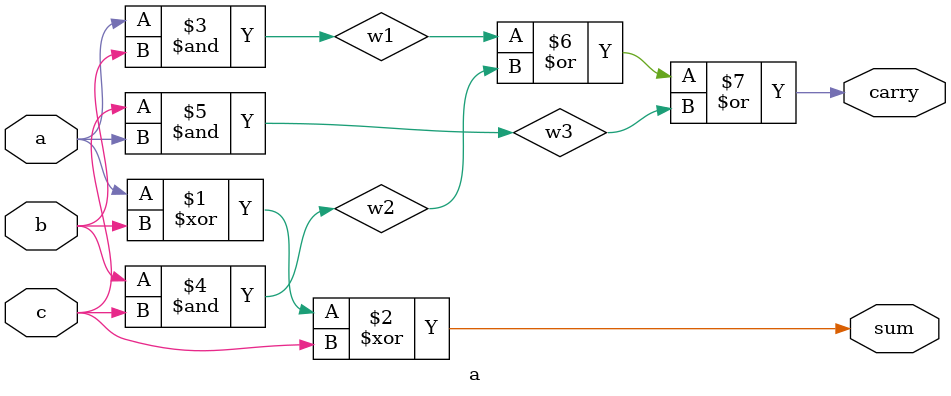
<source format=sv>
module a(input logic a,b,c,
			output logic sum,carry);
  logic w1,w2,w3;
			
  xor x1(sum,a,b,c);
  and A1(w1,a,b);
  and A2(w2,b,c);
  and A3(w3,c,a);
  or O1(carry,w1,w2,w3);	
endmodule

</source>
